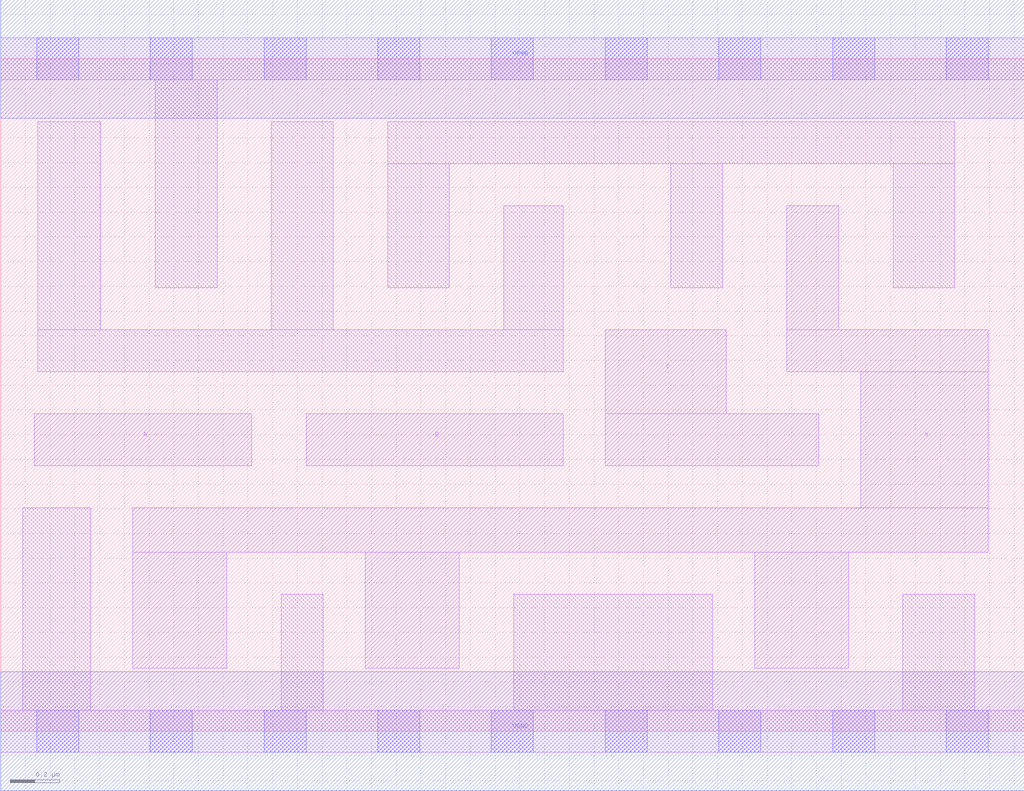
<source format=lef>
# Copyright 2020 The SkyWater PDK Authors
#
# Licensed under the Apache License, Version 2.0 (the "License");
# you may not use this file except in compliance with the License.
# You may obtain a copy of the License at
#
#     https://www.apache.org/licenses/LICENSE-2.0
#
# Unless required by applicable law or agreed to in writing, software
# distributed under the License is distributed on an "AS IS" BASIS,
# WITHOUT WARRANTIES OR CONDITIONS OF ANY KIND, either express or implied.
# See the License for the specific language governing permissions and
# limitations under the License.
#
# SPDX-License-Identifier: Apache-2.0

VERSION 5.7 ;
BUSBITCHARS "[]" ;
DIVIDERCHAR "/" ;
PROPERTYDEFINITIONS
  MACRO maskLayoutSubType STRING ;
  MACRO prCellType STRING ;
  MACRO originalViewName STRING ;
END PROPERTYDEFINITIONS
MACRO sky130_fd_sc_hdll__nor3_2
  ORIGIN  0.000000  0.000000 ;
  CLASS CORE ;
  SYMMETRY X Y R90 ;
  SIZE  4.140000 BY  2.720000 ;
  SITE unithd ;
  PIN A
    ANTENNAGATEAREA  0.555000 ;
    DIRECTION INPUT ;
    USE SIGNAL ;
    PORT
      LAYER li1 ;
        RECT 0.135000 1.075000 1.015000 1.285000 ;
    END
  END A
  PIN B
    ANTENNAGATEAREA  0.555000 ;
    DIRECTION INPUT ;
    USE SIGNAL ;
    PORT
      LAYER li1 ;
        RECT 1.235000 1.075000 2.275000 1.285000 ;
    END
  END B
  PIN C
    ANTENNAGATEAREA  0.555000 ;
    DIRECTION INPUT ;
    USE SIGNAL ;
    PORT
      LAYER li1 ;
        RECT 2.445000 1.075000 3.310000 1.285000 ;
        RECT 2.445000 1.285000 2.935000 1.625000 ;
    END
  END C
  PIN Y
    ANTENNADIFFAREA  1.011500 ;
    DIRECTION OUTPUT ;
    USE SIGNAL ;
    PORT
      LAYER li1 ;
        RECT 0.535000 0.255000 0.915000 0.725000 ;
        RECT 0.535000 0.725000 3.995000 0.905000 ;
        RECT 1.475000 0.255000 1.855000 0.725000 ;
        RECT 3.050000 0.255000 3.430000 0.725000 ;
        RECT 3.180000 1.455000 3.995000 1.625000 ;
        RECT 3.180000 1.625000 3.390000 2.125000 ;
        RECT 3.480000 0.905000 3.995000 1.455000 ;
    END
  END Y
  PIN VGND
    DIRECTION INOUT ;
    USE GROUND ;
    PORT
      LAYER met1 ;
        RECT 0.000000 -0.240000 4.140000 0.240000 ;
    END
  END VGND
  PIN VPWR
    DIRECTION INOUT ;
    USE POWER ;
    PORT
      LAYER met1 ;
        RECT 0.000000 2.480000 4.140000 2.960000 ;
    END
  END VPWR
  OBS
    LAYER li1 ;
      RECT 0.000000 -0.085000 4.140000 0.085000 ;
      RECT 0.000000  2.635000 4.140000 2.805000 ;
      RECT 0.090000  0.085000 0.365000 0.905000 ;
      RECT 0.150000  1.455000 2.275000 1.625000 ;
      RECT 0.150000  1.625000 0.405000 2.465000 ;
      RECT 0.625000  1.795000 0.875000 2.635000 ;
      RECT 1.095000  1.625000 1.345000 2.465000 ;
      RECT 1.135000  0.085000 1.305000 0.555000 ;
      RECT 1.565000  1.795000 1.815000 2.295000 ;
      RECT 1.565000  2.295000 3.860000 2.465000 ;
      RECT 2.035000  1.625000 2.275000 2.125000 ;
      RECT 2.075000  0.085000 2.880000 0.555000 ;
      RECT 2.710000  1.795000 2.920000 2.295000 ;
      RECT 3.610000  1.795000 3.860000 2.295000 ;
      RECT 3.650000  0.085000 3.940000 0.555000 ;
    LAYER mcon ;
      RECT 0.145000 -0.085000 0.315000 0.085000 ;
      RECT 0.145000  2.635000 0.315000 2.805000 ;
      RECT 0.605000 -0.085000 0.775000 0.085000 ;
      RECT 0.605000  2.635000 0.775000 2.805000 ;
      RECT 1.065000 -0.085000 1.235000 0.085000 ;
      RECT 1.065000  2.635000 1.235000 2.805000 ;
      RECT 1.525000 -0.085000 1.695000 0.085000 ;
      RECT 1.525000  2.635000 1.695000 2.805000 ;
      RECT 1.985000 -0.085000 2.155000 0.085000 ;
      RECT 1.985000  2.635000 2.155000 2.805000 ;
      RECT 2.445000 -0.085000 2.615000 0.085000 ;
      RECT 2.445000  2.635000 2.615000 2.805000 ;
      RECT 2.905000 -0.085000 3.075000 0.085000 ;
      RECT 2.905000  2.635000 3.075000 2.805000 ;
      RECT 3.365000 -0.085000 3.535000 0.085000 ;
      RECT 3.365000  2.635000 3.535000 2.805000 ;
      RECT 3.825000 -0.085000 3.995000 0.085000 ;
      RECT 3.825000  2.635000 3.995000 2.805000 ;
  END
  PROPERTY maskLayoutSubType "abstract" ;
  PROPERTY prCellType "standard" ;
  PROPERTY originalViewName "layout" ;
END sky130_fd_sc_hdll__nor3_2
END LIBRARY

</source>
